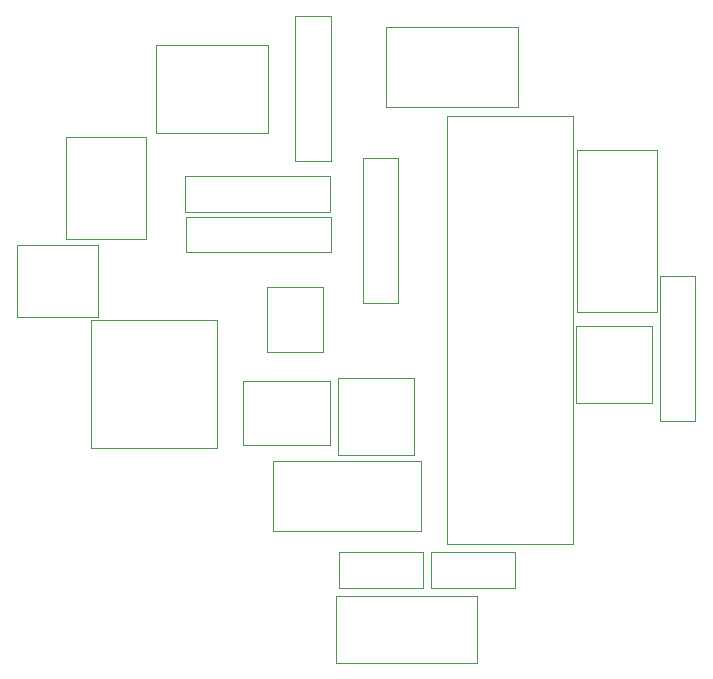
<source format=gbr>
%TF.GenerationSoftware,KiCad,Pcbnew,(6.0.7-1)-1*%
%TF.CreationDate,2022-10-28T21:41:33+05:30*%
%TF.ProjectId,Ac Temp Control V2,41632054-656d-4702-9043-6f6e74726f6c,rev?*%
%TF.SameCoordinates,Original*%
%TF.FileFunction,Other,User*%
%FSLAX46Y46*%
G04 Gerber Fmt 4.6, Leading zero omitted, Abs format (unit mm)*
G04 Created by KiCad (PCBNEW (6.0.7-1)-1) date 2022-10-28 21:41:33*
%MOMM*%
%LPD*%
G01*
G04 APERTURE LIST*
%ADD10C,0.050000*%
G04 APERTURE END LIST*
D10*
%TO.C,U1*%
X152231802Y-86306802D02*
X152231802Y-122556802D01*
X152231802Y-122556802D02*
X162931802Y-122556802D01*
X162931802Y-122556802D02*
X162931802Y-86306802D01*
X162931802Y-86306802D02*
X152231802Y-86306802D01*
%TO.C,Y1*%
X154781802Y-132581802D02*
X154781802Y-126981802D01*
X142881802Y-132581802D02*
X154781802Y-132581802D01*
X154781802Y-126981802D02*
X142881802Y-126981802D01*
X142881802Y-126981802D02*
X142881802Y-132581802D01*
%TO.C,R3*%
X142381802Y-77851802D02*
X139381802Y-77851802D01*
X139381802Y-90111802D02*
X142381802Y-90111802D01*
X139381802Y-77851802D02*
X139381802Y-90111802D01*
X142381802Y-90111802D02*
X142381802Y-77851802D01*
%TO.C,VR1*%
X119981802Y-88121802D02*
X119981802Y-96741802D01*
X126781802Y-88121802D02*
X119981802Y-88121802D01*
X119981802Y-96741802D02*
X126781802Y-96741802D01*
X126781802Y-96741802D02*
X126781802Y-88121802D01*
%TO.C,SW1*%
X137081802Y-87781802D02*
X137081802Y-87531802D01*
X137081802Y-80281802D02*
X137081802Y-80531802D01*
X127581802Y-87531802D02*
X127581802Y-87781802D01*
X127581802Y-80281802D02*
X127831802Y-80281802D01*
X136831802Y-87781802D02*
X137081802Y-87781802D01*
X137081802Y-80531802D02*
X137081802Y-87531802D01*
X136831802Y-80281802D02*
X137081802Y-80281802D01*
X127581802Y-87531802D02*
X127581802Y-80531802D01*
X127581802Y-87781802D02*
X127831802Y-87781802D01*
X127581802Y-80531802D02*
X127581802Y-80281802D01*
X127831802Y-80281802D02*
X136831802Y-80281802D01*
X136831802Y-87781802D02*
X127831802Y-87781802D01*
%TO.C,R1*%
X148131802Y-102111802D02*
X148131802Y-89851802D01*
X145131802Y-102111802D02*
X148131802Y-102111802D01*
X148131802Y-89851802D02*
X145131802Y-89851802D01*
X145131802Y-89851802D02*
X145131802Y-102111802D01*
%TO.C,U4*%
X122081802Y-103581802D02*
X122081802Y-114381802D01*
X132781802Y-103581802D02*
X122081802Y-103581802D01*
X132781802Y-114381802D02*
X132781802Y-103581802D01*
X122081802Y-114381802D02*
X132781802Y-114381802D01*
%TO.C,J1*%
X122661802Y-97221802D02*
X115861802Y-97221802D01*
X122661802Y-103301802D02*
X122661802Y-97221802D01*
X115861802Y-103301802D02*
X122661802Y-103301802D01*
X115861802Y-97221802D02*
X115861802Y-103301802D01*
%TO.C,DISPLAY1*%
X158261802Y-85581802D02*
X158261802Y-78781802D01*
X147101802Y-78781802D02*
X147101802Y-85581802D01*
X158261802Y-78781802D02*
X147101802Y-78781802D01*
X147101802Y-85581802D02*
X158261802Y-85581802D01*
%TO.C,C1*%
X150181802Y-123231802D02*
X143081802Y-123231802D01*
X150181802Y-126231802D02*
X150181802Y-123231802D01*
X143081802Y-126231802D02*
X150181802Y-126231802D01*
X143081802Y-123231802D02*
X143081802Y-126231802D01*
%TO.C,D1*%
X163131802Y-104131802D02*
X163131802Y-110631802D01*
X169581802Y-110631802D02*
X169581802Y-104131802D01*
X169581802Y-104131802D02*
X163131802Y-104131802D01*
X163131802Y-110631802D02*
X169581802Y-110631802D01*
%TO.C,C2*%
X150881802Y-123231802D02*
X150881802Y-126231802D01*
X150881802Y-126231802D02*
X157981802Y-126231802D01*
X157981802Y-123231802D02*
X150881802Y-123231802D01*
X157981802Y-126231802D02*
X157981802Y-123231802D01*
%TO.C,J2*%
X170031802Y-102881802D02*
X170031802Y-89181802D01*
X163231802Y-102881802D02*
X170031802Y-102881802D01*
X170031802Y-89181802D02*
X163231802Y-89181802D01*
X163231802Y-89181802D02*
X163231802Y-102881802D01*
%TO.C,R5*%
X130171802Y-94831802D02*
X130171802Y-97831802D01*
X130171802Y-97831802D02*
X142431802Y-97831802D01*
X142431802Y-97831802D02*
X142431802Y-94831802D01*
X142431802Y-94831802D02*
X130171802Y-94831802D01*
%TO.C,D2*%
X149481802Y-108481802D02*
X143031802Y-108481802D01*
X149481802Y-114981802D02*
X149481802Y-108481802D01*
X143031802Y-114981802D02*
X149481802Y-114981802D01*
X143031802Y-108481802D02*
X143031802Y-114981802D01*
%TO.C,R2*%
X173281802Y-99831802D02*
X170281802Y-99831802D01*
X170281802Y-99831802D02*
X170281802Y-112091802D01*
X173281802Y-112091802D02*
X173281802Y-99831802D01*
X170281802Y-112091802D02*
X173281802Y-112091802D01*
%TO.C,U3*%
X142331802Y-114131802D02*
X134951802Y-114131802D01*
X142331802Y-114131802D02*
X142331802Y-108781802D01*
X134951802Y-108781802D02*
X142331802Y-108781802D01*
X134951802Y-108781802D02*
X134951802Y-114131802D01*
%TO.C,Q1*%
X141780000Y-100790000D02*
X141780000Y-106250000D01*
X137040000Y-106250000D02*
X137040000Y-100790000D01*
X141780000Y-100790000D02*
X137040000Y-100790000D01*
X137040000Y-106250000D02*
X141780000Y-106250000D01*
%TO.C,R4*%
X130071802Y-94431802D02*
X142331802Y-94431802D01*
X130071802Y-91431802D02*
X130071802Y-94431802D01*
X142331802Y-91431802D02*
X130071802Y-91431802D01*
X142331802Y-94431802D02*
X142331802Y-91431802D01*
%TO.C,U2*%
X150029302Y-121484302D02*
X137529302Y-121484302D01*
X137529302Y-115484302D02*
X150029302Y-115484302D01*
X150029302Y-115484302D02*
X150029302Y-121484302D01*
X137529302Y-121484302D02*
X137529302Y-115484302D01*
%TD*%
M02*

</source>
